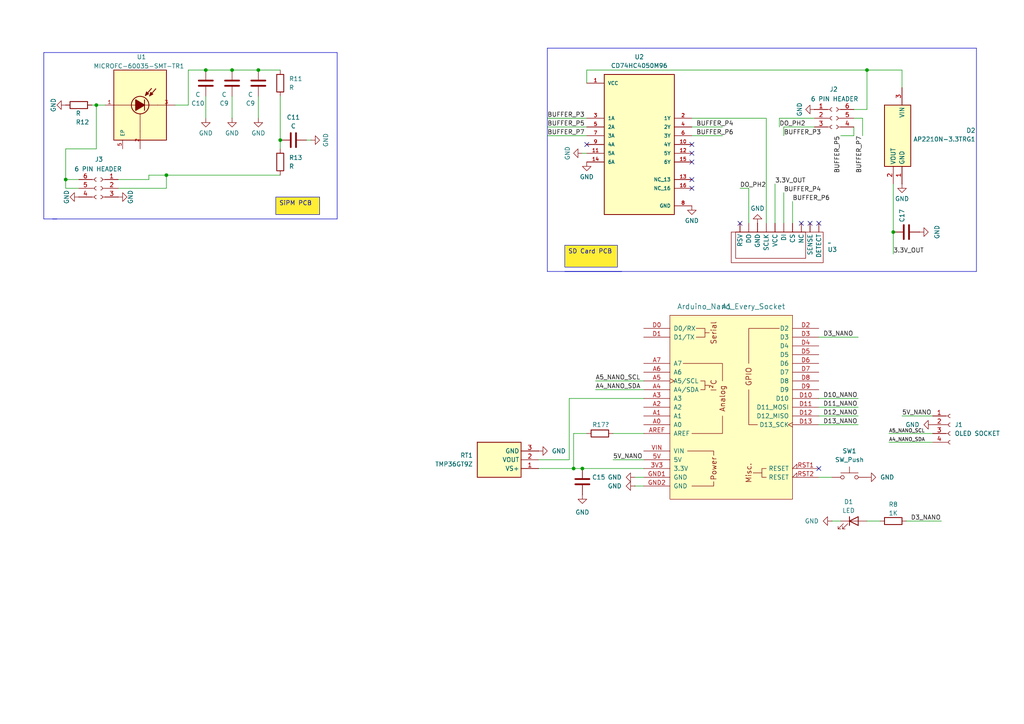
<source format=kicad_sch>
(kicad_sch (version 20231120) (generator "eeschema") (generator_version "8.0")
  (paper "A4")
  (lib_symbols
    (symbol "AP2210N-3_3TRG1:AP2210N-3.3TRG1"
      (property "Reference" "D" (at 24.13 7.62 0))
      (property "Value" "AP2210N-3.3TRG1" (at 24.13 5.08 0))
      (symbol "AP2210N-3.3TRG1_1_1"
        (rectangle (start 5.08 2.54) (end 22.86 -5.08) (stroke (width 0.254)) (fill (type background)))
        (pin passive line (at 0 0 0) (length 5.08) (name "GND") (number "1"))
        (pin passive line (at 0 -2.54 0) (length 5.08) (name "VOUT") (number "2"))
        (pin passive line (at 27.94 0 180) (length 5.08) (name "VIN") (number "3"))
      )
    )
    (symbol "CD74HC4050M96:CD74HC4050M96" (pin_names (offset 1.016))
      (property "Reference" "U" (at -10.16 21.32 0))
      (property "Value" "CD74HC4050M96" (at -10.16 -24.32 0))
      (symbol "CD74HC4050M96_0_0"
        (rectangle (start -10.16 -20.32) (end 10.16 20.32) (stroke (width 0.254)) (fill (type background)))
        (pin power_in line (at -15.24 17.78 0) (length 5.08) (name "VCC") (number "1"))
        (pin output line (at 15.24 0 180) (length 5.08) (name "4Y") (number "10"))
        (pin input line (at -15.24 -2.54 0) (length 5.08) (name "5A") (number "11"))
        (pin output line (at 15.24 -2.54 180) (length 5.08) (name "5Y") (number "12"))
        (pin passive line (at 15.24 -10.16 180) (length 5.08) (name "NC_13") (number "13"))
        (pin input line (at -15.24 -5.08 0) (length 5.08) (name "6A") (number "14"))
        (pin output line (at 15.24 -5.08 180) (length 5.08) (name "6Y") (number "15"))
        (pin passive line (at 15.24 -12.7 180) (length 5.08) (name "NC_16") (number "16"))
        (pin output line (at 15.24 7.62 180) (length 5.08) (name "1Y") (number "2"))
        (pin input line (at -15.24 7.62 0) (length 5.08) (name "1A") (number "3"))
        (pin output line (at 15.24 5.08 180) (length 5.08) (name "2Y") (number "4"))
        (pin input line (at -15.24 5.08 0) (length 5.08) (name "2A") (number "5"))
        (pin output line (at 15.24 2.54 180) (length 5.08) (name "3Y") (number "6"))
        (pin input line (at -15.24 2.54 0) (length 5.08) (name "3A") (number "7"))
        (pin power_in line (at 15.24 -17.78 180) (length 5.08) (name "GND") (number "8"))
        (pin input line (at -15.24 0 0) (length 5.08) (name "4A") (number "9"))
      )
    )
    (symbol "Connector:Conn_01x04_Socket" (pin_names (offset 1.016) hide)
      (property "Reference" "J" (at 0 5.08 0))
      (property "Value" "Conn_01x04_Socket" (at 0 -7.62 0))
      (symbol "Conn_01x04_Socket_1_1"
        (arc (start 0 -4.572) (mid -0.5058 -5.08) (end 0 -5.588) (stroke (width 0.1524)))
        (arc (start 0 -2.032) (mid -0.5058 -2.54) (end 0 -3.048) (stroke (width 0.1524)))
        (polyline (pts (xy -1.27 -5.08) (xy -0.508 -5.08)) (stroke (width 0.1524)))
        (polyline (pts (xy -1.27 -2.54) (xy -0.508 -2.54)) (stroke (width 0.1524)))
        (polyline (pts (xy -1.27 0) (xy -0.508 0)) (stroke (width 0.1524)))
        (polyline (pts (xy -1.27 2.54) (xy -0.508 2.54)) (stroke (width 0.1524)))
        (arc (start 0 0.508) (mid -0.5058 0) (end 0 -0.508) (stroke (width 0.1524)))
        (arc (start 0 3.048) (mid -0.5058 2.54) (end 0 2.032) (stroke (width 0.1524)))
        (pin passive line (at -5.08 2.54 0) (length 3.81) (name "Pin_1") (number "1"))
        (pin passive line (at -5.08 0 0) (length 3.81) (name "Pin_2") (number "2"))
        (pin passive line (at -5.08 -2.54 0) (length 3.81) (name "Pin_3") (number "3"))
        (pin passive line (at -5.08 -5.08 0) (length 3.81) (name "Pin_4") (number "4"))
      )
    )
    (symbol "Connector:Conn_01x06_Socket" (pin_names (offset 1.016) hide)
      (property "Reference" "J2" (at -0.762 7.62 0))
      (property "Value" "Conn_01x06_Socket" (at -8.89 -2.032 0))
      (symbol "Conn_01x06_Socket_1_1"
        (polyline (pts (xy -1.27 0) (xy -0.508 0)) (stroke (width 0.1524)))
        (polyline (pts (xy -1.27 2.54) (xy -0.508 2.54)) (stroke (width 0.1524)))
        (polyline (pts (xy -1.27 5.08) (xy -0.508 5.08)) (stroke (width 0.1524)))
        (polyline (pts (xy 2.54 0) (xy 1.778 0)) (stroke (width 0.1524)))
        (polyline (pts (xy 2.54 2.54) (xy 1.778 2.54)) (stroke (width 0.1524)))
        (polyline (pts (xy 2.54 5.08) (xy 1.778 5.08)) (stroke (width 0.1524)))
        (arc (start 0 0.508) (mid -0.5058 0) (end 0 -0.508) (stroke (width 0.1524)))
        (arc (start 0 3.048) (mid -0.5058 2.54) (end 0 2.032) (stroke (width 0.1524)))
        (arc (start 0 5.588) (mid -0.5058 5.08) (end 0 4.572) (stroke (width 0.1524)))
        (arc (start 1.27 -0.508) (mid 1.7758 0) (end 1.27 0.508) (stroke (width 0.1524)))
        (arc (start 1.27 2.032) (mid 1.7758 2.54) (end 1.27 3.048) (stroke (width 0.1524)))
        (arc (start 1.27 4.572) (mid 1.7758 5.08) (end 1.27 5.588) (stroke (width 0.1524)))
        (pin passive line (at -5.08 5.08 0) (length 3.81) (name "Pin_1") (number "1"))
        (pin passive line (at -5.08 2.54 0) (length 3.81) (name "Pin_2") (number "2"))
        (pin passive line (at -5.08 0 0) (length 3.81) (name "Pin_3") (number "3"))
        (pin passive line (at 6.35 0 180) (length 3.81) (name "Pin_4") (number "4"))
        (pin passive line (at 6.35 2.54 180) (length 3.81) (name "Pin_5") (number "5"))
        (pin passive line (at 6.35 5.08 180) (length 3.81) (name "Pin_6") (number "6"))
      )
    )
    (symbol "Device:C" (pin_numbers hide) (pin_names (offset 0.254))
      (property "Reference" "C" (at 0.635 2.54 0))
      (property "Value" "C" (at 0.635 -2.54 0))
      (symbol "C_0_1"
        (polyline (pts (xy -2.032 -0.762) (xy 2.032 -0.762)) (stroke (width 0.508)))
        (polyline (pts (xy -2.032 0.762) (xy 2.032 0.762)) (stroke (width 0.508)))
      )
      (symbol "C_1_1"
        (pin passive line (at 0 3.81 270) (length 2.794) (name "~") (number "1"))
        (pin passive line (at 0 -3.81 90) (length 2.794) (name "~") (number "2"))
      )
    )
    (symbol "Device:LED" (pin_numbers hide) (pin_names (offset 1.016) hide)
      (property "Reference" "D" (at 0 2.54 0))
      (property "Value" "LED" (at 0 -2.54 0))
      (symbol "LED_0_1"
        (polyline (pts (xy -1.27 -1.27) (xy -1.27 1.27)) (stroke (width 0.254)))
        (polyline (pts (xy -1.27 0) (xy 1.27 0)))
        (polyline (pts (xy 1.27 -1.27) (xy 1.27 1.27) (xy -1.27 0) (xy 1.27 -1.27)) (stroke (width 0.254)))
        (polyline (pts (xy -3.048 -0.762) (xy -4.572 -2.286) (xy -3.81 -2.286) (xy -4.572 -2.286) (xy -4.572 -1.524)))
        (polyline (pts (xy -1.778 -0.762) (xy -3.302 -2.286) (xy -2.54 -2.286) (xy -3.302 -2.286) (xy -3.302 -1.524)))
      )
      (symbol "LED_1_1"
        (pin passive line (at -3.81 0 0) (length 2.54) (name "K") (number "1"))
        (pin passive line (at 3.81 0 180) (length 2.54) (name "A") (number "2"))
      )
    )
    (symbol "Device:R" (pin_numbers hide) (pin_names (offset 0))
      (property "Reference" "R" (at 2.032 0 90))
      (property "Value" "R" (at 0 0 90))
      (symbol "R_0_1"
        (rectangle (start -1.016 -2.54) (end 1.016 2.54) (stroke (width 0.254)))
      )
      (symbol "R_1_1"
        (pin passive line (at 0 3.81 270) (length 1.27) (name "~") (number "1"))
        (pin passive line (at 0 -3.81 90) (length 1.27) (name "~") (number "2"))
      )
    )
    (symbol "MICROFC-60035-SMT-TR1:MICROFC-60035-SMT-TR1" (pin_names (offset 1.016))
      (property "Reference" "U" (at -10.16 7.874 0))
      (property "Value" "MICROFC-60035-SMT-TR1" (at -10.16 -9.144 0))
      (symbol "MICROFC-60035-SMT-TR1_0_0"
        (rectangle (start -10.16 -7.62) (end 10.16 7.62) (stroke (width 0.254)) (fill (type background)))
        (polyline (pts (xy -3.7592 1.8542) (xy -3.2766 2.413)) (stroke (width 0.254)))
        (polyline (pts (xy -3.7592 1.8542) (xy -3.0226 1.8288)) (stroke (width 0.254)))
        (polyline (pts (xy -3.6576 3.0988) (xy -3.175 3.6576)) (stroke (width 0.254)))
        (polyline (pts (xy -3.6576 3.0988) (xy -2.921 3.0734)) (stroke (width 0.254)))
        (polyline (pts (xy -3.3528 2.2352) (xy -3.2004 2.0066)) (stroke (width 0.254)))
        (polyline (pts (xy -3.2766 2.413) (xy -2.794 1.524)) (stroke (width 0.254)))
        (polyline (pts (xy -3.2512 3.4798) (xy -3.0988 3.2512)) (stroke (width 0.254)))
        (polyline (pts (xy -3.175 3.6576) (xy -2.6924 2.7686)) (stroke (width 0.254)))
        (polyline (pts (xy -3.0226 1.8288) (xy -3.0226 1.9558)) (stroke (width 0.254)))
        (polyline (pts (xy -2.921 3.0734) (xy -2.921 3.2004)) (stroke (width 0.254)))
        (polyline (pts (xy -2.794 1.524) (xy -4.826 3.302)) (stroke (width 0.254)))
        (polyline (pts (xy -2.794 1.524) (xy -3.7592 1.8542)) (stroke (width 0.254)))
        (polyline (pts (xy -2.6924 2.7686) (xy -4.7244 4.5466)) (stroke (width 0.254)))
        (polyline (pts (xy -2.6924 2.7686) (xy -3.6576 3.0988)) (stroke (width 0.254)))
        (polyline (pts (xy -1.524 -1.27) (xy 0 -1.27)) (stroke (width 0.254)))
        (polyline (pts (xy -1.524 1.27) (xy 0 1.27)) (stroke (width 0.254)))
        (polyline (pts (xy 0 -1.27) (xy 0 -7.62)) (stroke (width 0.1524)))
        (polyline (pts (xy 0 -1.27) (xy 1.524 -1.27)) (stroke (width 0.254)))
        (polyline (pts (xy 0 1.27) (xy -1.524 -1.27)) (stroke (width 0.254)))
        (polyline (pts (xy 0 1.27) (xy 1.524 1.27)) (stroke (width 0.254)))
        (polyline (pts (xy 0 5.08) (xy 0 1.27)) (stroke (width 0.1524)))
        (polyline (pts (xy 1.524 -1.27) (xy 0 1.27)) (stroke (width 0.254)))
        (polyline (pts (xy 2.54 0) (xy 7.62 0)) (stroke (width 0.1524)))
        (polyline (pts (xy 0 1.27) (xy -1.524 -1.27) (xy 1.524 -1.27) (xy 0 1.27)) (stroke (width 0.254)) (fill (type outline)))
        (circle (center 0 0) (radius 2.54) (stroke (width 0.254)))
        (pin passive line (at 0 -10.16 90) (length 2.54) (name "~") (number "1"))
        (pin passive line (at 12.7 0 180) (length 5.08) (name "~") (number "2"))
        (pin passive line (at 0 10.16 270) (length 5.08) (name "~") (number "3"))
        (pin power_in line (at 12.7 -5.08 180) (length 2.54) (name "EP") (number "5"))
      )
    )
    (symbol "Switch:SW_Push" (pin_numbers hide) (pin_names (offset 1.016) hide)
      (property "Reference" "SW" (at 1.27 2.54 0))
      (property "Value" "SW_Push" (at 0 -1.524 0))
      (symbol "SW_Push_0_1"
        (circle (center -2.032 0) (radius 0.508))
        (polyline (pts (xy 0 1.27) (xy 0 3.048)))
        (polyline (pts (xy 2.54 1.27) (xy -2.54 1.27)))
        (circle (center 2.032 0) (radius 0.508))
        (pin passive line (at -5.08 0 0) (length 2.54) (name "1") (number "1"))
        (pin passive line (at 5.08 0 180) (length 2.54) (name "2") (number "2"))
      )
    )
    (symbol "TMP36GT9Z:TMP36GT9Z"
      (property "Reference" "RT" (at 19.05 7.62 0))
      (property "Value" "TMP36GT9Z" (at 19.05 5.08 0))
      (symbol "TMP36GT9Z_1_1"
        (rectangle (start 5.08 2.54) (end 17.78 -7.62) (stroke (width 0.254)) (fill (type background)))
        (pin power_in line (at 0 -5.08 0) (length 5.08) (name "VS+") (number "1"))
        (pin output line (at 0 -2.54 0) (length 5.08) (name "VOUT") (number "2"))
        (pin power_in line (at 0 0 0) (length 5.08) (name "GND") (number "3"))
      )
    )
    (symbol "arduino-library:Arduino_Nano_Every_Socket" (pin_names (offset 1.016))
      (property "Reference" "A" (at 0 33.02 0))
      (property "Value" "Arduino_Nano_Every_Socket" (at 0 29.21 0))
      (symbol "Arduino_Nano_Every_Socket_0_0"
        (rectangle (start -17.78 26.67) (end 17.78 -26.67) (fill (type background)))
        (polyline (pts (xy -7.62 6.35) (xy -6.35 6.35)))
        (polyline (pts (xy -7.62 21.59) (xy -6.35 21.59)))
        (polyline (pts (xy 8.89 -19.05) (xy 6.35 -19.05)))
        (polyline (pts (xy -11.43 -22.86) (xy -5.08 -22.86) (xy -5.08 -21.59)))
        (polyline (pts (xy -5.08 -13.97) (xy -5.08 -12.7) (xy -12.7 -12.7)))
        (polyline (pts (xy -10.16 22.86) (xy -7.62 22.86) (xy -7.62 20.32) (xy -10.16 20.32)))
        (polyline (pts (xy -8.89 7.62) (xy -7.62 7.62) (xy -7.62 5.08) (xy -8.89 5.08)))
        (text "Analog" (at -2.54 2.54 900) (effects (font (size 1.524 1.524))))
        (text "I²C" (at -5.08 6.35 900) (effects (font (size 1.524 1.524))))
        (text "Misc." (at 5.08 -19.05 900) (effects (font (size 1.524 1.524))))
        (text "Power" (at -5.08 -17.78 900) (effects (font (size 1.524 1.524))))
        (text "Serial" (at -5.08 21.59 900) (effects (font (size 1.524 1.524))))
      )
      (symbol "Arduino_Nano_Every_Socket_0_1"
        (polyline (pts (xy -13.97 12.7) (xy -2.54 12.7) (xy -2.54 7.62)))
        (polyline (pts (xy -11.43 -7.62) (xy -2.54 -7.62) (xy -2.54 -2.54)))
        (polyline (pts (xy 7.62 -5.08) (xy 5.08 -5.08) (xy 5.08 5.08)))
        (polyline (pts (xy 13.97 22.86) (xy 5.08 22.86) (xy 5.08 12.7)))
        (polyline (pts (xy 10.16 -17.78) (xy 8.89 -17.78) (xy 8.89 -20.32) (xy 10.16 -20.32)))
      )
      (symbol "Arduino_Nano_Every_Socket_1_0"
        (text "GPIO" (at 5.08 8.89 900) (effects (font (size 1.524 1.524))))
      )
      (symbol "Arduino_Nano_Every_Socket_1_1"
        (pin power_out line (at -25.4 -17.78 0) (length 7.62) (name "3.3V") (number "3V3"))
        (pin power_in line (at -25.4 -15.24 0) (length 7.62) (name "5V") (number "5V"))
        (pin bidirectional line (at -25.4 -5.08 0) (length 7.62) (name "A0") (number "A0"))
        (pin bidirectional line (at -25.4 -2.54 0) (length 7.62) (name "A1") (number "A1"))
        (pin bidirectional line (at -25.4 0 0) (length 7.62) (name "A2") (number "A2"))
        (pin bidirectional line (at -25.4 2.54 0) (length 7.62) (name "A3") (number "A3"))
        (pin bidirectional line (at -25.4 5.08 0) (length 7.62) (name "A4/SDA") (number "A4"))
        (pin bidirectional clock (at -25.4 7.62 0) (length 7.62) (name "A5/SCL") (number "A5"))
        (pin input line (at -25.4 10.16 0) (length 7.62) (name "A6") (number "A6"))
        (pin input line (at -25.4 12.7 0) (length 7.62) (name "A7") (number "A7"))
        (pin input line (at -25.4 -7.62 0) (length 7.62) (name "AREF") (number "AREF"))
        (pin bidirectional line (at -25.4 22.86 0) (length 7.62) (name "D0/RX") (number "D0"))
        (pin bidirectional line (at -25.4 20.32 0) (length 7.62) (name "D1/TX") (number "D1"))
        (pin bidirectional line (at 25.4 2.54 180) (length 7.62) (name "D10") (number "D10"))
        (pin bidirectional line (at 25.4 0 180) (length 7.62) (name "D11_MOSI") (number "D11"))
        (pin bidirectional line (at 25.4 -2.54 180) (length 7.62) (name "D12_MISO") (number "D12"))
        (pin bidirectional clock (at 25.4 -5.08 180) (length 7.62) (name "D13_SCK") (number "D13"))
        (pin bidirectional line (at 25.4 22.86 180) (length 7.62) (name "D2") (number "D2"))
        (pin bidirectional line (at 25.4 20.32 180) (length 7.62) (name "D3") (number "D3"))
        (pin bidirectional line (at 25.4 17.78 180) (length 7.62) (name "D4") (number "D4"))
        (pin bidirectional line (at 25.4 15.24 180) (length 7.62) (name "D5") (number "D5"))
        (pin bidirectional line (at 25.4 12.7 180) (length 7.62) (name "D6") (number "D6"))
        (pin bidirectional line (at 25.4 10.16 180) (length 7.62) (name "D7") (number "D7"))
        (pin bidirectional line (at 25.4 7.62 180) (length 7.62) (name "D8") (number "D8"))
        (pin bidirectional line (at 25.4 5.08 180) (length 7.62) (name "D9") (number "D9"))
        (pin power_in line (at -25.4 -20.32 0) (length 7.62) (name "GND") (number "GND1"))
        (pin power_in line (at -25.4 -22.86 0) (length 7.62) (name "GND") (number "GND2"))
        (pin open_collector input_low (at 25.4 -17.78 180) (length 7.62) (name "RESET") (number "RST1"))
        (pin open_collector input_low (at 25.4 -20.32 180) (length 7.62) (name "RESET") (number "RST2"))
        (pin power_in line (at -25.4 -12.7 0) (length 7.62) (name "VIN") (number "VIN"))
      )
    )
    (symbol "microsdslot:uxcell_MicroSD_Card_Slot"
      (property "Reference" "U" (at -1.27 4.572 0))
      (symbol "uxcell_MicroSD_Card_Slot_0_1"
        (rectangle (start -15.24 1.27) (end 11.43 -7.62))
        (rectangle (start -13.97 0) (end 6.35 -7.62))
      )
      (symbol "uxcell_MicroSD_Card_Slot_1_1"
        (pin input line (at 2.54 -10.16 90) (length 2.54) (name "CS") (number ""))
        (pin input line (at 10.16 -10.16 90) (length 2.54) (name "DETECT") (number ""))
        (pin input line (at 0 -10.16 90) (length 2.54) (name "DI") (number ""))
        (pin input line (at -10.16 -10.16 90) (length 2.54) (name "DO") (number ""))
        (pin output line (at -7.62 -10.16 90) (length 2.54) (name "GND") (number ""))
        (pin input line (at 5.08 -10.16 90) (length 2.54) (name "NC") (number ""))
        (pin input line (at -12.7 -10.16 90) (length 2.54) (name "RSV") (number ""))
        (pin input line (at -5.08 -10.16 90) (length 2.54) (name "SCLK") (number ""))
        (pin input line (at 7.62 -10.16 90) (length 2.54) (name "SENSE") (number ""))
        (pin input line (at -2.54 -10.16 90) (length 2.54) (name "VCC") (number ""))
      )
    )
    (symbol "power:GND" (power) (pin_numbers hide) (pin_names (offset 0) hide)
      (property "Value" "GND" (at 0 -3.81 0))
      (symbol "GND_0_1"
        (polyline (pts (xy 0 0) (xy 0 -1.27) (xy 1.27 -1.27) (xy 0 -2.54) (xy -1.27 -1.27) (xy 0 -1.27)))
      )
      (symbol "GND_1_1"
        (pin power_in line (at 0 0 270) (length 0) (name "~") (number "1"))
      )
    )
  )
  (junction (at 81.28 40.64))
  (junction (at 19.05 52.07))
  (junction (at 59.69 20.32))
  (junction (at 74.93 20.32))
  (junction (at 27.94 30.48))
  (junction (at 251.46 20.32))
  (junction (at 166.37 135.89))
  (junction (at 67.31 20.32))
  (junction (at 48.26 50.8))
  (junction (at 259.08 67.31))
  (junction (at 168.91 135.89))
  (no_connect (at 237.49 135.89))
  (no_connect (at 200.66 44.45))
  (no_connect (at 200.66 41.91))
  (no_connect (at 200.66 46.99))
  (no_connect (at 200.66 52.07))
  (no_connect (at 200.66 54.61))
  (no_connect (at 232.41 64.77))
  (no_connect (at 237.49 64.77))
  (no_connect (at 214.63 64.77))
  (no_connect (at 170.18 41.91))
  (no_connect (at 234.95 64.77))
  (wire (pts (xy 165.1 115.57) (xy 186.69 115.57)))
  (wire (pts (xy 259.08 67.31) (xy 259.08 73.66)))
  (wire (pts (xy 81.28 40.64) (xy 81.28 43.18)))
  (wire (pts (xy 261.62 20.32) (xy 251.46 20.32)))
  (wire (pts (xy 247.65 31.75) (xy 251.46 31.75)))
  (wire (pts (xy 184.15 140.97) (xy 186.69 140.97)))
  (wire (pts (xy 90.17 40.64) (xy 88.9 40.64)))
  (wire (pts (xy 34.29 52.07) (xy 43.18 52.07)))
  (wire (pts (xy 247.65 39.37) (xy 243.84 39.37)))
  (wire (pts (xy 81.28 27.94) (xy 81.28 40.64)))
  (wire (pts (xy 34.29 54.61) (xy 48.26 54.61)))
  (polyline (pts (xy 158.75 78.74) (xy 180.34 78.74)))
  (wire (pts (xy 184.15 138.43) (xy 186.69 138.43)))
  (wire (pts (xy 251.46 151.13) (xy 255.27 151.13)))
  (wire (pts (xy 19.05 52.07) (xy 19.05 54.61)))
  (wire (pts (xy 48.26 54.61) (xy 48.26 50.8)))
  (polyline (pts (xy 97.79 15.24) (xy 12.7 15.24)))
  (wire (pts (xy 224.79 53.34) (xy 224.79 64.77)))
  (wire (pts (xy 172.72 110.49) (xy 186.69 110.49)))
  (wire (pts (xy 251.46 31.75) (xy 251.46 20.32)))
  (wire (pts (xy 43.18 50.8) (xy 48.26 50.8)))
  (wire (pts (xy 166.37 135.89) (xy 168.91 135.89)))
  (wire (pts (xy 259.08 53.34) (xy 259.08 67.31)))
  (wire (pts (xy 27.94 30.48) (xy 27.94 43.18)))
  (wire (pts (xy 59.69 20.32) (xy 67.31 20.32)))
  (wire (pts (xy 227.33 36.83) (xy 227.33 39.37)))
  (wire (pts (xy 237.49 123.19) (xy 248.92 123.19)))
  (polyline (pts (xy 158.75 13.97) (xy 158.75 78.74)))
  (wire (pts (xy 168.91 44.45) (xy 170.18 44.45)))
  (polyline (pts (xy 12.7 63.5) (xy 16.51 63.5)))
  (polyline (pts (xy 97.79 63.5) (xy 97.79 15.24)))
  (wire (pts (xy 27.94 43.18) (xy 19.05 43.18)))
  (wire (pts (xy 158.75 34.29) (xy 170.18 34.29)))
  (wire (pts (xy 54.61 30.48) (xy 50.8 30.48)))
  (wire (pts (xy 177.8 133.35) (xy 186.69 133.35)))
  (wire (pts (xy 257.81 125.73) (xy 270.51 125.73)))
  (wire (pts (xy 250.19 34.29) (xy 247.65 34.29)))
  (wire (pts (xy 237.49 138.43) (xy 241.3 138.43)))
  (wire (pts (xy 67.31 34.29) (xy 67.31 27.94)))
  (wire (pts (xy 158.75 36.83) (xy 170.18 36.83)))
  (wire (pts (xy 200.66 39.37) (xy 209.55 39.37)))
  (polyline (pts (xy 283.21 78.74) (xy 283.21 13.97)))
  (polyline (pts (xy 12.7 15.24) (xy 12.7 63.5)))
  (wire (pts (xy 251.46 20.32) (xy 170.18 20.32)))
  (polyline (pts (xy 15.24 63.5) (xy 97.79 63.5)))
  (wire (pts (xy 166.37 125.73) (xy 166.37 135.89)))
  (wire (pts (xy 158.75 39.37) (xy 170.18 39.37)))
  (wire (pts (xy 261.62 25.4) (xy 261.62 20.32)))
  (wire (pts (xy 48.26 50.8) (xy 81.28 50.8)))
  (wire (pts (xy 217.17 54.61) (xy 214.63 54.61)))
  (wire (pts (xy 229.87 58.42) (xy 229.87 64.77)))
  (wire (pts (xy 27.94 30.48) (xy 26.67 30.48)))
  (wire (pts (xy 226.06 34.29) (xy 226.06 36.83)))
  (wire (pts (xy 250.19 39.37) (xy 250.19 34.29)))
  (wire (pts (xy 200.66 36.83) (xy 209.55 36.83)))
  (wire (pts (xy 177.8 125.73) (xy 186.69 125.73)))
  (wire (pts (xy 241.3 151.13) (xy 243.84 151.13)))
  (wire (pts (xy 81.28 20.32) (xy 74.93 20.32)))
  (wire (pts (xy 59.69 34.29) (xy 59.69 27.94)))
  (wire (pts (xy 30.48 30.48) (xy 27.94 30.48)))
  (wire (pts (xy 19.05 43.18) (xy 19.05 52.07)))
  (wire (pts (xy 237.49 97.79) (xy 248.92 97.79)))
  (polyline (pts (xy 283.21 13.97) (xy 158.75 13.97)))
  (wire (pts (xy 74.93 20.32) (xy 67.31 20.32)))
  (wire (pts (xy 237.49 120.65) (xy 248.92 120.65)))
  (polyline (pts (xy 163.83 78.74) (xy 283.21 78.74)))
  (wire (pts (xy 257.81 128.27) (xy 270.51 128.27)))
  (wire (pts (xy 156.21 133.35) (xy 165.1 133.35)))
  (wire (pts (xy 156.21 135.89) (xy 166.37 135.89)))
  (wire (pts (xy 222.25 64.77) (xy 222.25 34.29)))
  (wire (pts (xy 172.72 113.03) (xy 186.69 113.03)))
  (wire (pts (xy 19.05 54.61) (xy 22.86 54.61)))
  (wire (pts (xy 43.18 52.07) (xy 43.18 50.8)))
  (wire (pts (xy 227.33 55.88) (xy 227.33 64.77)))
  (wire (pts (xy 247.65 36.83) (xy 247.65 39.37)))
  (wire (pts (xy 237.49 115.57) (xy 248.92 115.57)))
  (wire (pts (xy 19.05 52.07) (xy 22.86 52.07)))
  (wire (pts (xy 170.18 125.73) (xy 166.37 125.73)))
  (wire (pts (xy 74.93 34.29) (xy 74.93 27.94)))
  (wire (pts (xy 236.22 34.29) (xy 226.06 34.29)))
  (wire (pts (xy 217.17 64.77) (xy 217.17 54.61)))
  (wire (pts (xy 170.18 20.32) (xy 170.18 24.13)))
  (wire (pts (xy 262.89 151.13) (xy 273.05 151.13)))
  (wire (pts (xy 59.69 20.32) (xy 54.61 20.32)))
  (wire (pts (xy 222.25 34.29) (xy 200.66 34.29)))
  (wire (pts (xy 165.1 133.35) (xy 165.1 115.57)))
  (wire (pts (xy 261.62 120.65) (xy 270.51 120.65)))
  (wire (pts (xy 54.61 20.32) (xy 54.61 30.48)))
  (wire (pts (xy 236.22 36.83) (xy 227.33 36.83)))
  (wire (pts (xy 237.49 118.11) (xy 248.92 118.11)))
  (wire (pts (xy 168.91 135.89) (xy 186.69 135.89)))
  (text_box "SD Card PCB" (at 163.83 71.12 0) (size 15.24 6.35) (fill (type color) (color 255 238 51 1)) (effects (font (size 1.27 1.27)) (justify left top)))
  (text_box "SiPM PCB" (at 80.01 57.15 0) (size 12.7 5.08) (fill (type color) (color 255 238 51 1)) (effects (font (size 1.27 1.27)) (justify left top)))
  (label "DO_PH2" (at 214.63 54.61 0))
  (label "BUFFER_P5" (at 158.75 36.83 0))
  (label "3.3V_OUT" (at 224.79 53.34 0))
  (label "3.3V_OUT" (at 259.08 73.66 0))
  (label "BUFFER_P3" (at 227.33 39.37 0))
  (label "D13_NANO" (at 238.76 123.19 0))
  (label "D10_NANO" (at 238.76 115.57 0))
  (label "A5_NANO_SCL" (at 257.81 125.73 0) (effects (font (size 1.016 1.016))))
  (label "BUFFER_P3" (at 158.75 34.29 0))
  (label "BUFFER_P4" (at 201.93 36.83 0))
  (label "5V_NANO" (at 177.8 133.35 0))
  (label "BUFFER_P7" (at 158.75 39.37 0))
  (label "BUFFER_P4" (at 227.33 55.88 0))
  (label "A5_NANO_SCL" (at 172.72 110.49 0))
  (label "BUFFER_P7" (at 250.19 39.37 270))
  (label "BUFFER_P6" (at 229.87 58.42 0))
  (label "D3_NANO" (at 264.16 151.13 0))
  (label "BUFFER_P6" (at 201.93 39.37 0))
  (label "D3_NANO" (at 238.76 97.79 0))
  (label "5V_NANO" (at 261.62 120.65 0))
  (label "D12_NANO" (at 238.76 120.65 0))
  (label "D11_NANO" (at 238.76 118.11 0))
  (label "A4_NANO_SDA" (at 257.81 128.27 0) (effects (font (size 1.016 1.016))))
  (label "BUFFER_P5" (at 243.84 39.37 270))
  (label "A4_NANO_SDA" (at 172.72 113.03 0))
  (label "DO_PH2" (at 226.06 36.83 0))
  (symbol (lib_id "Connector:Conn_01x06_Socket") (at 241.3 36.83 0) (unit 1)
    (property "Reference" "J2" (at 241.808 25.908 0))
    (property "Value" "6 PIN HEADER" (at 242.062 28.702 0))
    (property "Description" "Generic connector, single row, 01x06, script generated" (effects (hide yes)))
  )
  (symbol (lib_id "Device:R") (at 22.86 30.48 270) (unit 1)
    (property "Reference" "R12" (at 21.971 35.433 90) (effects (justify left)))
    (property "Value" "R" (at 21.971 32.893 90) (effects (justify left)))
    (property "Description" "Resistor" (effects (hide yes)))
  )
  (symbol (lib_id "TMP36GT9Z:TMP36GT9Z") (at 156.21 130.81 0) (mirror y) (unit 1)
    (property "Reference" "RT1" (at 137.16 132.0799 0) (effects (justify left)))
    (property "Value" "TMP36GT9Z" (at 137.16 134.6199 0) (effects (justify left)))
    (property "Footprint" "TO-92" (effects (hide yes)))
    (property "Datasheet" "https://datasheet.datasheetarchive.com/originals/distributors/SFDatasheet-4/sf-00085637.pdf" (effects (hide yes)))
    (property "Description" "TMP36GT9Z, Temperature Sensor +/-3C Serial-2 Wire 2.7  5.5 V 3-Pin TO-92" (effects (hide yes)))
    (property "Mouser Part Number" "584-TMP36GT9Z" (effects (hide yes)))
    (property "Mouser Price/Stock" "https://www.mouser.co.uk/ProductDetail/Analog-Devices/TMP36GT9Z?qs=WIvQP4zGanhT97N47MSoHw%3D%3D" (effects (hide yes)))
    (property "Manufacturer_Name" "Analog Devices" (effects (hide yes)))
    (property "Manufacturer_Part_Number" "TMP36GT9Z" (effects (hide yes)))
  )
  (symbol (lib_id "MICROFC-60035-SMT-TR1:MICROFC-60035-SMT-TR1") (at 40.64 30.48 270) (unit 1)
    (property "Reference" "U1" (at 42.418 16.51 90) (effects (justify right)))
    (property "Value" "MICROFC-60035-SMT-TR1" (at 53.467 19.177 90) (effects (justify right)))
    (property "Footprint" "MICROFC-60035-SMT-TR1:XDCR_MICROFC-60035-SMT-TR1" (effects (hide yes)))
    (property "MF" "ON Semiconductor" (effects (hide yes)))
    (property "Description_1" "\n                        \n                            Photodiode 420nm 1ns - 4-SMD, No Lead\n                        \n" (effects (hide yes)))
    (property "Package" "SMD-4 ON Semiconductor" (effects (hide yes)))
    (property "Price" "None" (effects (hide yes)))
    (property "Check_prices" "https://www.snapeda.com/parts/MICROFC-60035-SMT-TR1/Onsemi/view-part/?ref=eda" (effects (hide yes)))
    (property "STANDARD" "Manufacturer Recommendations" (effects (hide yes)))
    (property "PARTREV" "31 JUL 2018" (effects (hide yes)))
    (property "SnapEDA_Link" "https://www.snapeda.com/parts/MICROFC-60035-SMT-TR1/Onsemi/view-part/?ref=snap" (effects (hide yes)))
    (property "MP" "MICROFC-60035-SMT-TR1" (effects (hide yes)))
    (property "Availability" "In Stock" (effects (hide yes)))
    (property "MANUFACTURER" "ONSEMI" (effects (hide yes)))
  )
  (symbol (lib_id "Device:R") (at 259.08 151.13 90) (unit 1)
    (property "Reference" "R8" (at 259.08 146.304 90))
    (property "Value" "1K" (at 259.08 148.844 90))
    (property "Description" "Resistor" (effects (hide yes)))
  )
  (symbol (lib_id "power:GND") (at 168.91 44.45 270) (unit 1)
    (property "Reference" "#PWR017" (effects (hide yes)))
    (property "Value" "GND" (at 164.592 44.45 0))
    (property "Description" "Power symbol creates a global label with name \"GND\" , ground" (effects (hide yes)))
  )
  (symbol (lib_id "Device:R") (at 81.28 46.99 0) (unit 1)
    (property "Reference" "R13" (at 83.82 45.7199 0) (effects (justify left)))
    (property "Value" "R" (at 83.82 48.2599 0) (effects (justify left)))
    (property "Description" "Resistor" (effects (hide yes)))
  )
  (symbol (lib_id "power:GND") (at 22.86 57.15 270) (unit 1)
    (property "Reference" "#PWR010" (effects (hide yes)))
    (property "Value" "GND" (at 19.304 57.15 0))
    (property "Description" "Power symbol creates a global label with name \"GND\" , ground" (effects (hide yes)))
  )
  (symbol (lib_id "Device:C") (at 74.93 24.13 180) (unit 1)
    (property "Reference" "C9" (at 72.644 29.972 0))
    (property "Value" "C" (at 72.644 27.432 0))
    (property "Description" "Unpolarized capacitor" (effects (hide yes)))
  )
  (symbol (lib_id "power:GND") (at 168.91 143.51 0) (unit 1)
    (property "Reference" "#PWR04" (effects (hide yes)))
    (property "Value" "GND" (at 168.91 148.59 0))
    (property "Description" "Power symbol creates a global label with name \"GND\" , ground" (effects (hide yes)))
  )
  (symbol (lib_id "Device:LED") (at 247.65 151.13 0) (unit 1)
    (property "Reference" "D1" (at 246.126 145.542 0))
    (property "Value" "LED" (at 246.126 148.082 0))
    (property "Description" "Light emitting diode" (effects (hide yes)))
  )
  (symbol (lib_id "CD74HC4050M96:CD74HC4050M96") (at 185.42 41.91 0) (unit 1)
    (property "Reference" "U2" (at 185.42 16.51 0))
    (property "Value" "CD74HC4050M96" (at 185.42 19.05 0))
    (property "Footprint" "CD74HC4050M96:SOIC127P600X175-16N" (effects (hide yes)))
    (property "MF" "Texas Instruments" (effects (hide yes)))
    (property "MAXIMUM_PACKAGE_HEIGHT" "1.75mm" (effects (hide yes)))
    (property "Package" "SOIC-16 Texas Instruments" (effects (hide yes)))
    (property "Price" "None" (effects (hide yes)))
    (property "Check_prices" "https://www.snapeda.com/parts/CD74HC4050M96/Texas+Instruments/view-part/?ref=eda" (effects (hide yes)))
    (property "STANDARD" "IPC-7351B" (effects (hide yes)))
    (property "PARTREV" "February 2005" (effects (hide yes)))
    (property "SnapEDA_Link" "https://www.snapeda.com/parts/CD74HC4050M96/Texas+Instruments/view-part/?ref=snap" (effects (hide yes)))
    (property "MP" "CD74HC4050M96" (effects (hide yes)))
    (property "Description_1" "\n                        \n                            6-ch, 2-V to 6-V buffers\n                        \n" (effects (hide yes)))
    (property "Availability" "In Stock" (effects (hide yes)))
    (property "MANUFACTURER" "Texas Instruments" (effects (hide yes)))
  )
  (symbol (lib_id "microsdslot:uxcell_MicroSD_Card_Slot") (at 227.33 74.93 0) (mirror x) (unit 1)
    (property "Reference" "U3" (at 240.03 72.3901 0) (effects (justify left)))
    (property "Value" "~" (at 240.03 70.485 0) (effects (justify left)))
  )
  (symbol (lib_id "Connector:Conn_01x06_Socket") (at 29.21 57.15 0) (mirror y) (unit 1)
    (property "Reference" "J3" (at 28.702 46.228 0))
    (property "Value" "6 PIN HEADER" (at 28.448 49.022 0))
    (property "Description" "Generic connector, single row, 01x06, script generated" (effects (hide yes)))
  )
  (symbol (lib_id "power:GND") (at 219.71 64.77 180) (unit 1)
    (property "Reference" "#PWR020" (effects (hide yes)))
    (property "Value" "GND" (at 219.71 60.452 0))
    (property "Description" "Power symbol creates a global label with name \"GND\" , ground" (effects (hide yes)))
  )
  (symbol (lib_id "Device:C") (at 262.89 67.31 90) (unit 1)
    (property "Reference" "C17" (at 261.62 64.516 0) (effects (justify left)))
    (property "Value" "C" (effects (hide yes)))
    (property "Description" "Unpolarized capacitor" (effects (hide yes)))
  )
  (symbol (lib_id "Device:R") (at 81.28 24.13 0) (unit 1)
    (property "Reference" "R11" (at 83.82 22.8599 0) (effects (justify left)))
    (property "Value" "R" (at 83.82 25.3999 0) (effects (justify left)))
    (property "Description" "Resistor" (effects (hide yes)))
  )
  (symbol (lib_id "Device:C") (at 67.31 24.13 180) (unit 1)
    (property "Reference" "C9" (at 65.024 29.972 0))
    (property "Value" "C" (at 65.024 27.432 0))
    (property "Description" "Unpolarized capacitor" (effects (hide yes)))
  )
  (symbol (lib_id "Device:C") (at 85.09 40.64 270) (unit 1)
    (property "Reference" "C11" (at 85.09 34.036 90))
    (property "Value" "C" (at 85.09 36.576 90))
    (property "Description" "Unpolarized capacitor" (effects (hide yes)))
  )
  (symbol (lib_id "power:GND") (at 200.66 59.69 0) (unit 1)
    (property "Reference" "#PWR016" (effects (hide yes)))
    (property "Value" "GND" (at 200.66 64.008 0))
    (property "Description" "Power symbol creates a global label with name \"GND\" , ground" (effects (hide yes)))
  )
  (symbol (lib_id "power:GND") (at 261.62 53.34 0) (unit 1)
    (property "Reference" "#PWR019" (effects (hide yes)))
    (property "Value" "GND" (at 261.62 57.658 0))
    (property "Description" "Power symbol creates a global label with name \"GND\" , ground" (effects (hide yes)))
  )
  (symbol (lib_id "power:GND") (at 34.29 57.15 90) (unit 1)
    (property "Reference" "#PWR011" (effects (hide yes)))
    (property "Value" "GND" (at 37.846 57.15 0))
    (property "Description" "Power symbol creates a global label with name \"GND\" , ground" (effects (hide yes)))
  )
  (symbol (lib_id "Connector:Conn_01x04_Socket") (at 275.59 123.19 0) (unit 1)
    (property "Reference" "J1" (at 276.86 123.1899 0) (effects (justify left)))
    (property "Value" "OLED SOCKET" (at 276.86 125.7299 0) (effects (justify left)))
    (property "Description" "Generic connector, single row, 01x04, script generated" (effects (hide yes)))
  )
  (symbol (lib_id "power:GND") (at 184.15 138.43 270) (unit 1)
    (property "Reference" "#PWR01" (effects (hide yes)))
    (property "Value" "GND" (at 180.34 138.4299 90) (effects (justify right)))
    (property "Description" "Power symbol creates a global label with name \"GND\" , ground" (effects (hide yes)))
  )
  (symbol (lib_id "power:GND") (at 184.15 140.97 270) (unit 1)
    (property "Reference" "#PWR02" (effects (hide yes)))
    (property "Value" "GND" (at 180.34 140.9699 90) (effects (justify right)))
    (property "Description" "Power symbol creates a global label with name \"GND\" , ground" (effects (hide yes)))
  )
  (symbol (lib_id "Device:R") (at 173.99 125.73 270) (unit 1)
    (property "Reference" "R17?" (at 174.244 123.19 90))
    (property "Value" "R" (effects (hide yes)))
    (property "Description" "Resistor" (effects (hide yes)))
  )
  (symbol (lib_id "power:GND") (at 156.21 130.81 90) (unit 1)
    (property "Reference" "#PWR05" (effects (hide yes)))
    (property "Value" "GND" (at 160.02 130.8099 90) (effects (justify right)))
    (property "Description" "Power symbol creates a global label with name \"GND\" , ground" (effects (hide yes)))
  )
  (symbol (lib_id "arduino-library:Arduino_Nano_Every_Socket") (at 212.09 118.11 0) (unit 1)
    (property "Reference" "A1" (at 210.82 88.9 0) (effects (font (size 1.524 1.524))))
    (property "Value" "Arduino_Nano_Every_Socket" (at 212.09 88.9 0) (effects (font (size 1.524 1.524))))
    (property "Footprint" "PCM_arduino-library:Arduino_Nano_Every_Socket" (effects (hide yes)))
    (property "Datasheet" "https://docs.arduino.cc/hardware/nano-every" (effects (hide yes)))
    (property "Description" "Socket for Arduino Nano Every" (effects (hide yes)))
  )
  (symbol (lib_id "power:GND") (at 270.51 123.19 270) (unit 1)
    (property "Reference" "#PWR06" (effects (hide yes)))
    (property "Value" "GND" (at 266.7 123.1899 90) (effects (justify right)))
    (property "Description" "Power symbol creates a global label with name \"GND\" , ground" (effects (hide yes)))
  )
  (symbol (lib_id "Switch:SW_Push") (at 246.38 138.43 0) (unit 1)
    (property "Reference" "SW1" (at 246.38 130.81 0))
    (property "Value" "SW_Push" (at 246.38 133.35 0))
    (property "Description" "Push button switch, generic, two pins" (effects (hide yes)))
  )
  (symbol (lib_id "power:GND") (at 59.69 34.29 0) (unit 1)
    (property "Reference" "#PWR013" (effects (hide yes)))
    (property "Value" "GND" (at 59.69 38.608 0))
    (property "Description" "Power symbol creates a global label with name \"GND\" , ground" (effects (hide yes)))
  )
  (symbol (lib_id "power:GND") (at 19.05 30.48 270) (unit 1)
    (property "Reference" "#PWR09" (effects (hide yes)))
    (property "Value" "GND" (at 15.494 30.48 0))
    (property "Description" "Power symbol creates a global label with name \"GND\" , ground" (effects (hide yes)))
  )
  (symbol (lib_id "power:GND") (at 67.31 34.29 0) (unit 1)
    (property "Reference" "#PWR014" (effects (hide yes)))
    (property "Value" "GND" (at 67.31 38.608 0))
    (property "Description" "Power symbol creates a global label with name \"GND\" , ground" (effects (hide yes)))
  )
  (symbol (lib_id "power:GND") (at 74.93 34.29 0) (unit 1)
    (property "Reference" "#PWR015" (effects (hide yes)))
    (property "Value" "GND" (at 74.93 38.608 0))
    (property "Description" "Power symbol creates a global label with name \"GND\" , ground" (effects (hide yes)))
  )
  (symbol (lib_id "power:GND") (at 170.18 46.99 0) (unit 1)
    (property "Reference" "#PWR018" (effects (hide yes)))
    (property "Value" "GND" (at 170.18 51.308 0))
    (property "Description" "Power symbol creates a global label with name \"GND\" , ground" (effects (hide yes)))
  )
  (symbol (lib_id "Device:C") (at 59.69 24.13 180) (unit 1)
    (property "Reference" "C10" (at 57.404 29.972 0))
    (property "Value" "C" (at 57.404 27.432 0))
    (property "Description" "Unpolarized capacitor" (effects (hide yes)))
  )
  (symbol (lib_id "power:GND") (at 251.46 138.43 90) (unit 1)
    (property "Reference" "#PWR03" (effects (hide yes)))
    (property "Value" "GND" (at 255.27 138.4299 90) (effects (justify right)))
    (property "Description" "Power symbol creates a global label with name \"GND\" , ground" (effects (hide yes)))
  )
  (symbol (lib_id "power:GND") (at 90.17 40.64 90) (unit 1)
    (property "Reference" "#PWR012" (effects (hide yes)))
    (property "Value" "GND" (at 94.488 40.64 0))
    (property "Description" "Power symbol creates a global label with name \"GND\" , ground" (effects (hide yes)))
  )
  (symbol (lib_id "power:GND") (at 241.3 151.13 270) (unit 1)
    (property "Reference" "#PWR08" (effects (hide yes)))
    (property "Value" "GND" (at 237.49 151.1299 90) (effects (justify right)))
    (property "Description" "Power symbol creates a global label with name \"GND\" , ground" (effects (hide yes)))
  )
  (symbol (lib_id "AP2210N-3_3TRG1:AP2210N-3.3TRG1") (at 261.62 53.34 270) (mirror x) (unit 1)
    (property "Reference" "D2" (at 282.956 37.846 90) (effects (justify right)))
    (property "Value" "AP2210N-3.3TRG1" (at 282.956 40.386 90) (effects (justify right)))
    (property "Footprint" "SOT95P282X145-3N" (effects (hide yes)))
    (property "Datasheet" "https://www.diodes.com//assets/Datasheets/AP2210.pdf" (effects (hide yes)))
    (property "Description" "DiodesZetex AP2210N-3.3TRG1, Low Noise LDO Voltage Regulator, 300mA, 3.3 V +/-2%, 2.5  13.2 Vin, 3-Pin SOT-23" (effects (hide yes)))
    (property "Height" "1.45" (effects (hide yes)))
    (property "Mouser Part Number" "621-AP2210N-3.3TRG1" (effects (hide yes)))
    (property "Mouser Price/Stock" "https://www.mouser.co.uk/ProductDetail/Diodes-Incorporated/AP2210N-3.3TRG1?qs=x6A8l6qLYDCg5Ghihwjj3A%3D%3D" (effects (hide yes)))
    (property "Manufacturer_Name" "Diodes Incorporated" (effects (hide yes)))
    (property "Manufacturer_Part_Number" "AP2210N-3.3TRG1" (effects (hide yes)))
  )
  (symbol (lib_id "power:GND") (at 266.7 67.31 90) (unit 1)
    (property "Reference" "#PWR021" (effects (hide yes)))
    (property "Value" "GND" (at 271.78 67.31 0))
    (property "Description" "Power symbol creates a global label with name \"GND\" , ground" (effects (hide yes)))
  )
  (symbol (lib_id "Device:C") (at 168.91 139.7 0) (unit 1)
    (property "Reference" "C15" (at 171.704 138.43 0) (effects (justify left)))
    (property "Value" "C" (effects (hide yes)))
    (property "Description" "Unpolarized capacitor" (effects (hide yes)))
  )
  (symbol (lib_id "power:GND") (at 236.22 31.75 270) (unit 1)
    (property "Reference" "#PWR07" (effects (hide yes)))
    (property "Value" "GND" (at 231.902 31.75 0))
    (property "Description" "Power symbol creates a global label with name \"GND\" , ground" (effects (hide yes)))
  )
)
</source>
